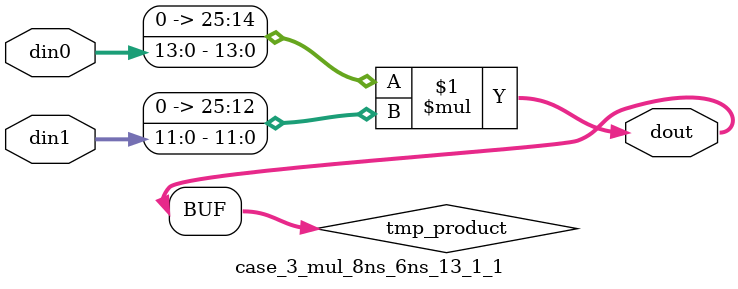
<source format=v>

`timescale 1 ns / 1 ps

 (* use_dsp = "no" *)  module case_3_mul_8ns_6ns_13_1_1(din0, din1, dout);
parameter ID = 1;
parameter NUM_STAGE = 0;
parameter din0_WIDTH = 14;
parameter din1_WIDTH = 12;
parameter dout_WIDTH = 26;

input [din0_WIDTH - 1 : 0] din0; 
input [din1_WIDTH - 1 : 0] din1; 
output [dout_WIDTH - 1 : 0] dout;

wire signed [dout_WIDTH - 1 : 0] tmp_product;
























assign tmp_product = $signed({1'b0, din0}) * $signed({1'b0, din1});











assign dout = tmp_product;





















endmodule

</source>
